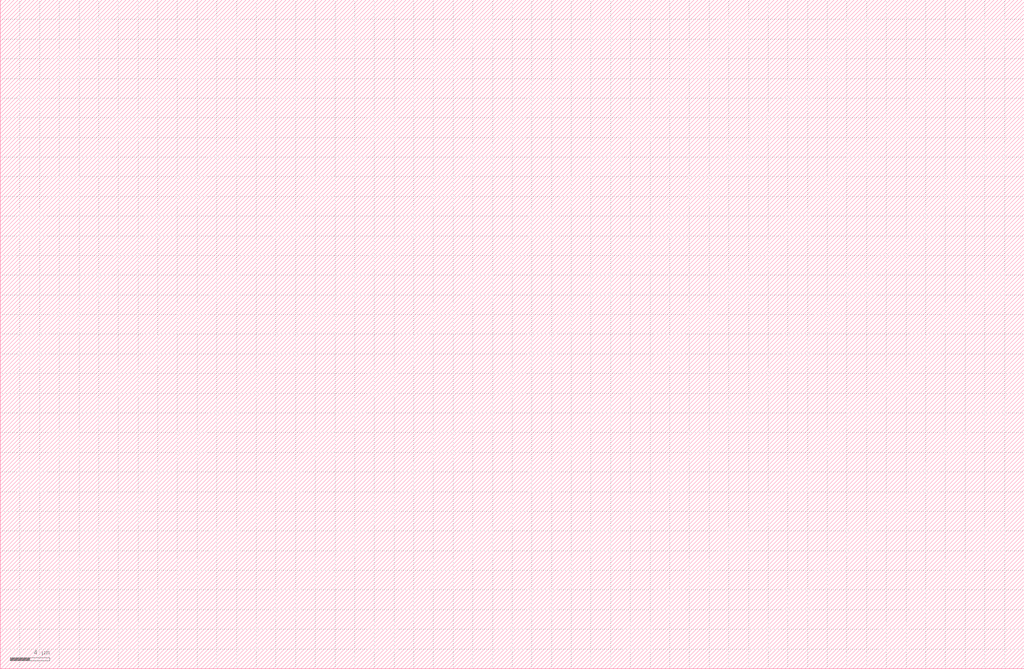
<source format=lef>
# LEF file generated for my_logo
VERSION 5.8 ;
NAMESCASESENSITIVE ON ;
DIVIDERCHAR "/" ;
BUSBITCHARS "[]" ;
UNITS
   DATABASE MICRONS 1000 ;
END UNITS

MACRO my_logo
   CLASS BLOCK ;
   FOREIGN my_logo 0 0 ;
   SIZE 104.000 BY 68.000 ;
   SYMMETRY X Y ;
END my_logo

</source>
